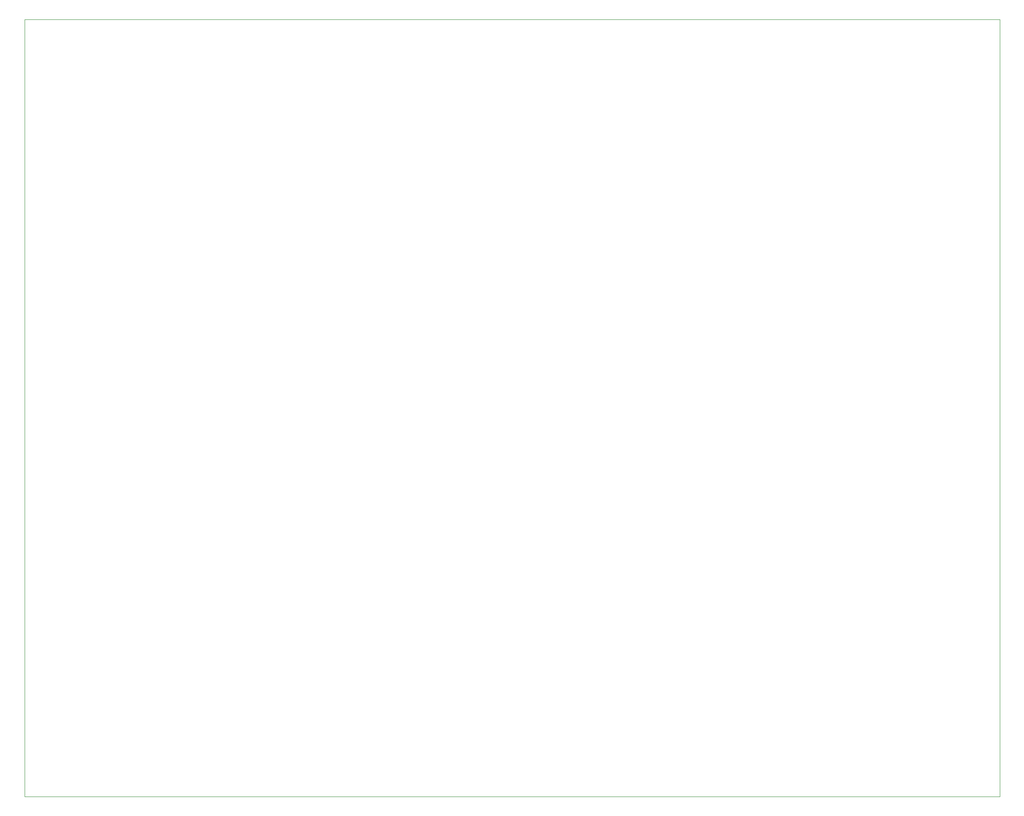
<source format=gm1>
G04 #@! TF.GenerationSoftware,KiCad,Pcbnew,(5.1.5)-3*
G04 #@! TF.CreationDate,2020-10-26T19:59:34-04:00*
G04 #@! TF.ProjectId,ARTIQAmp,41525449-5141-46d7-902e-6b696361645f,rev?*
G04 #@! TF.SameCoordinates,Original*
G04 #@! TF.FileFunction,Profile,NP*
%FSLAX46Y46*%
G04 Gerber Fmt 4.6, Leading zero omitted, Abs format (unit mm)*
G04 Created by KiCad (PCBNEW (5.1.5)-3) date 2020-10-26 19:59:34*
%MOMM*%
%LPD*%
G04 APERTURE LIST*
%ADD10C,0.050000*%
G04 APERTURE END LIST*
D10*
X20000000Y-17600000D02*
X20000000Y-170000000D01*
X211000000Y-17600000D02*
X20000000Y-17600000D01*
X211000000Y-169996000D02*
X211000000Y-17600000D01*
X20000000Y-170000000D02*
X211000000Y-169996000D01*
M02*

</source>
